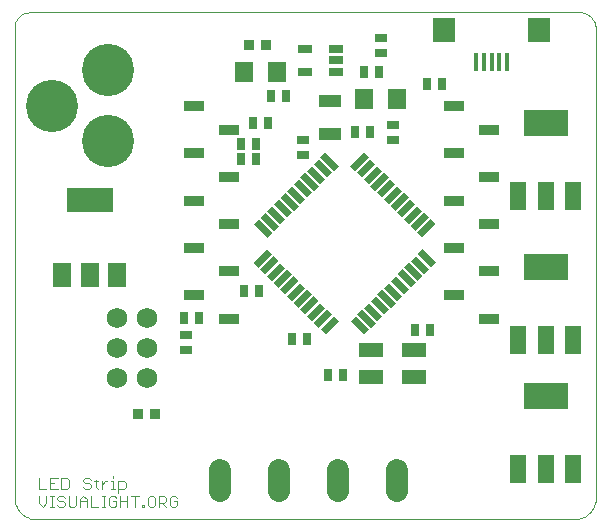
<source format=gts>
G75*
G70*
%OFA0B0*%
%FSLAX24Y24*%
%IPPOS*%
%LPD*%
%AMOC8*
5,1,8,0,0,1.08239X$1,22.5*
%
%ADD10C,0.0000*%
%ADD11C,0.0030*%
%ADD12R,0.0316X0.0394*%
%ADD13R,0.0591X0.0670*%
%ADD14R,0.0394X0.0316*%
%ADD15R,0.0355X0.0355*%
%ADD16R,0.0631X0.0237*%
%ADD17R,0.0237X0.0631*%
%ADD18R,0.0788X0.0473*%
%ADD19R,0.0749X0.0434*%
%ADD20R,0.0512X0.0257*%
%ADD21R,0.0178X0.0591*%
%ADD22R,0.0749X0.0788*%
%ADD23R,0.0709X0.0375*%
%ADD24C,0.0680*%
%ADD25R,0.0520X0.0920*%
%ADD26R,0.1457X0.0906*%
%ADD27C,0.0745*%
%ADD28C,0.1740*%
%ADD29R,0.0631X0.0827*%
%ADD30R,0.1536X0.0827*%
D10*
X000963Y000480D02*
X018988Y000480D01*
X018988Y000481D02*
X019039Y000486D01*
X019089Y000495D01*
X019138Y000508D01*
X019187Y000524D01*
X019234Y000543D01*
X019279Y000566D01*
X019323Y000592D01*
X019365Y000621D01*
X019405Y000653D01*
X019442Y000687D01*
X019477Y000725D01*
X019509Y000764D01*
X019538Y000806D01*
X019564Y000850D01*
X019587Y000896D01*
X019607Y000943D01*
X019623Y000991D01*
X019635Y001040D01*
X019645Y001090D01*
X019650Y001141D01*
X019652Y001192D01*
X019650Y001243D01*
X019650Y016717D01*
X019656Y016764D01*
X019659Y016810D01*
X019658Y016857D01*
X019652Y016904D01*
X019643Y016950D01*
X019630Y016995D01*
X019614Y017039D01*
X019594Y017082D01*
X019570Y017122D01*
X019543Y017161D01*
X019513Y017197D01*
X019480Y017230D01*
X019445Y017261D01*
X019407Y017289D01*
X019367Y017313D01*
X019325Y017335D01*
X019282Y017352D01*
X019237Y017366D01*
X019191Y017376D01*
X000760Y017376D01*
X000718Y017374D01*
X000677Y017369D01*
X000636Y017360D01*
X000596Y017347D01*
X000557Y017331D01*
X000520Y017312D01*
X000485Y017289D01*
X000451Y017264D01*
X000421Y017235D01*
X000392Y017205D01*
X000367Y017171D01*
X000344Y017136D01*
X000325Y017099D01*
X000309Y017060D01*
X000296Y017020D01*
X000287Y016979D01*
X000282Y016938D01*
X000280Y016896D01*
X000280Y001263D01*
X000278Y001211D01*
X000280Y001158D01*
X000286Y001106D01*
X000295Y001054D01*
X000308Y001004D01*
X000325Y000954D01*
X000345Y000905D01*
X000369Y000859D01*
X000396Y000814D01*
X000426Y000771D01*
X000459Y000730D01*
X000495Y000692D01*
X000534Y000656D01*
X000574Y000623D01*
X000618Y000593D01*
X000663Y000567D01*
X000710Y000543D01*
X000758Y000524D01*
X000808Y000507D01*
X000859Y000494D01*
X000911Y000485D01*
X000963Y000480D01*
D11*
X001218Y000895D02*
X001342Y001018D01*
X001342Y001265D01*
X001463Y001265D02*
X001587Y001265D01*
X001525Y001265D02*
X001525Y000895D01*
X001463Y000895D02*
X001587Y000895D01*
X001709Y000957D02*
X001771Y000895D01*
X001894Y000895D01*
X001956Y000957D01*
X001956Y001018D01*
X001894Y001080D01*
X001771Y001080D01*
X001709Y001142D01*
X001709Y001204D01*
X001771Y001265D01*
X001894Y001265D01*
X001956Y001204D01*
X002077Y001265D02*
X002077Y000957D01*
X002139Y000895D01*
X002262Y000895D01*
X002324Y000957D01*
X002324Y001265D01*
X002445Y001142D02*
X002569Y001265D01*
X002692Y001142D01*
X002692Y000895D01*
X002814Y000895D02*
X003061Y000895D01*
X003182Y000895D02*
X003306Y000895D01*
X003244Y000895D02*
X003244Y001265D01*
X003182Y001265D02*
X003306Y001265D01*
X003428Y001204D02*
X003428Y000957D01*
X003489Y000895D01*
X003613Y000895D01*
X003675Y000957D01*
X003675Y001080D01*
X003551Y001080D01*
X003428Y001204D02*
X003489Y001265D01*
X003613Y001265D01*
X003675Y001204D01*
X003796Y001265D02*
X003796Y000895D01*
X003796Y001080D02*
X004043Y001080D01*
X004043Y001265D02*
X004043Y000895D01*
X004288Y000895D02*
X004288Y001265D01*
X004411Y001265D02*
X004164Y001265D01*
X003920Y001495D02*
X003735Y001495D01*
X003612Y001495D02*
X003489Y001495D01*
X003551Y001495D02*
X003551Y001742D01*
X003489Y001742D01*
X003367Y001742D02*
X003306Y001742D01*
X003182Y001618D01*
X003182Y001495D02*
X003182Y001742D01*
X003060Y001742D02*
X002937Y001742D01*
X002998Y001804D02*
X002998Y001557D01*
X003060Y001495D01*
X002815Y001557D02*
X002753Y001495D01*
X002630Y001495D01*
X002568Y001557D01*
X002630Y001680D02*
X002568Y001742D01*
X002568Y001804D01*
X002630Y001865D01*
X002753Y001865D01*
X002815Y001804D01*
X002753Y001680D02*
X002815Y001618D01*
X002815Y001557D01*
X002753Y001680D02*
X002630Y001680D01*
X002814Y001265D02*
X002814Y000895D01*
X002692Y001080D02*
X002445Y001080D01*
X002445Y001142D02*
X002445Y000895D01*
X002017Y001495D02*
X001832Y001495D01*
X001832Y001865D01*
X002017Y001865D01*
X002079Y001804D01*
X002079Y001557D01*
X002017Y001495D01*
X001710Y001495D02*
X001463Y001495D01*
X001463Y001865D01*
X001710Y001865D01*
X001587Y001680D02*
X001463Y001680D01*
X001342Y001495D02*
X001095Y001495D01*
X001095Y001865D01*
X001095Y001265D02*
X001095Y001018D01*
X001218Y000895D01*
X003551Y001865D02*
X003551Y001927D01*
X003735Y001742D02*
X003920Y001742D01*
X003981Y001680D01*
X003981Y001557D01*
X003920Y001495D01*
X003735Y001372D02*
X003735Y001742D01*
X004533Y000957D02*
X004594Y000957D01*
X004594Y000895D01*
X004533Y000895D01*
X004533Y000957D01*
X004717Y000957D02*
X004717Y001204D01*
X004778Y001265D01*
X004902Y001265D01*
X004964Y001204D01*
X004964Y000957D01*
X004902Y000895D01*
X004778Y000895D01*
X004717Y000957D01*
X005085Y001018D02*
X005270Y001018D01*
X005332Y001080D01*
X005332Y001204D01*
X005270Y001265D01*
X005085Y001265D01*
X005085Y000895D01*
X005209Y001018D02*
X005332Y000895D01*
X005453Y000957D02*
X005515Y000895D01*
X005639Y000895D01*
X005700Y000957D01*
X005700Y001080D01*
X005577Y001080D01*
X005700Y001204D02*
X005639Y001265D01*
X005515Y001265D01*
X005453Y001204D01*
X005453Y000957D01*
D12*
X010724Y005280D03*
X011236Y005280D03*
X010036Y006480D03*
X009524Y006480D03*
X008436Y008080D03*
X007924Y008080D03*
X006436Y007180D03*
X005924Y007180D03*
X007824Y012480D03*
X008336Y012480D03*
X008336Y012980D03*
X007824Y012980D03*
X008224Y013680D03*
X008736Y013680D03*
X008824Y014580D03*
X009336Y014580D03*
X011624Y013380D03*
X012136Y013380D03*
X014024Y014980D03*
X014536Y014980D03*
X012436Y015380D03*
X011924Y015380D03*
X013624Y006780D03*
X014136Y006780D03*
D13*
X013031Y014480D03*
X011929Y014480D03*
X009031Y015380D03*
X007929Y015380D03*
D14*
X009880Y013136D03*
X009880Y012624D03*
X012880Y013124D03*
X012880Y013636D03*
X012480Y016024D03*
X012480Y016536D03*
X005980Y006636D03*
X005980Y006124D03*
D15*
X004975Y003980D03*
X004385Y003980D03*
X008085Y016280D03*
X008675Y016280D03*
D16*
G36*
X010913Y012102D02*
X010468Y012545D01*
X010635Y012712D01*
X011080Y012269D01*
X010913Y012102D01*
G37*
G36*
X010691Y011879D02*
X010246Y012322D01*
X010413Y012489D01*
X010858Y012046D01*
X010691Y011879D01*
G37*
G36*
X010468Y011656D02*
X010023Y012099D01*
X010190Y012266D01*
X010635Y011823D01*
X010468Y011656D01*
G37*
G36*
X010246Y011433D02*
X009801Y011876D01*
X009968Y012043D01*
X010413Y011600D01*
X010246Y011433D01*
G37*
G36*
X010024Y011210D02*
X009579Y011653D01*
X009746Y011820D01*
X010191Y011377D01*
X010024Y011210D01*
G37*
G36*
X009802Y010987D02*
X009357Y011430D01*
X009524Y011597D01*
X009969Y011154D01*
X009802Y010987D01*
G37*
G36*
X009579Y010764D02*
X009134Y011207D01*
X009301Y011374D01*
X009746Y010931D01*
X009579Y010764D01*
G37*
G36*
X009357Y010541D02*
X008912Y010984D01*
X009079Y011151D01*
X009524Y010708D01*
X009357Y010541D01*
G37*
G36*
X009135Y010318D02*
X008690Y010761D01*
X008857Y010928D01*
X009302Y010485D01*
X009135Y010318D01*
G37*
G36*
X008912Y010094D02*
X008467Y010537D01*
X008634Y010704D01*
X009079Y010261D01*
X008912Y010094D01*
G37*
G36*
X008690Y009871D02*
X008245Y010314D01*
X008412Y010481D01*
X008857Y010038D01*
X008690Y009871D01*
G37*
G36*
X011925Y006648D02*
X011480Y007091D01*
X011647Y007258D01*
X012092Y006815D01*
X011925Y006648D01*
G37*
G36*
X012147Y006871D02*
X011702Y007314D01*
X011869Y007481D01*
X012314Y007038D01*
X012147Y006871D01*
G37*
G36*
X012370Y007094D02*
X011925Y007537D01*
X012092Y007704D01*
X012537Y007261D01*
X012370Y007094D01*
G37*
G36*
X012592Y007317D02*
X012147Y007760D01*
X012314Y007927D01*
X012759Y007484D01*
X012592Y007317D01*
G37*
G36*
X012814Y007540D02*
X012369Y007983D01*
X012536Y008150D01*
X012981Y007707D01*
X012814Y007540D01*
G37*
G36*
X013036Y007763D02*
X012591Y008206D01*
X012758Y008373D01*
X013203Y007930D01*
X013036Y007763D01*
G37*
G36*
X013259Y007986D02*
X012814Y008429D01*
X012981Y008596D01*
X013426Y008153D01*
X013259Y007986D01*
G37*
G36*
X013481Y008209D02*
X013036Y008652D01*
X013203Y008819D01*
X013648Y008376D01*
X013481Y008209D01*
G37*
G36*
X013703Y008432D02*
X013258Y008875D01*
X013425Y009042D01*
X013870Y008599D01*
X013703Y008432D01*
G37*
G36*
X013926Y008656D02*
X013481Y009099D01*
X013648Y009266D01*
X014093Y008823D01*
X013926Y008656D01*
G37*
G36*
X014148Y008879D02*
X013703Y009322D01*
X013870Y009489D01*
X014315Y009046D01*
X014148Y008879D01*
G37*
D17*
G36*
X013869Y009880D02*
X013702Y010047D01*
X014145Y010492D01*
X014312Y010325D01*
X013869Y009880D01*
G37*
G36*
X013646Y010102D02*
X013479Y010269D01*
X013922Y010714D01*
X014089Y010547D01*
X013646Y010102D01*
G37*
G36*
X013423Y010325D02*
X013256Y010492D01*
X013699Y010937D01*
X013866Y010770D01*
X013423Y010325D01*
G37*
G36*
X013200Y010547D02*
X013033Y010714D01*
X013476Y011159D01*
X013643Y010992D01*
X013200Y010547D01*
G37*
G36*
X012977Y010769D02*
X012810Y010936D01*
X013253Y011381D01*
X013420Y011214D01*
X012977Y010769D01*
G37*
G36*
X012754Y010991D02*
X012587Y011158D01*
X013030Y011603D01*
X013197Y011436D01*
X012754Y010991D01*
G37*
G36*
X012531Y011214D02*
X012364Y011381D01*
X012807Y011826D01*
X012974Y011659D01*
X012531Y011214D01*
G37*
G36*
X012308Y011436D02*
X012141Y011603D01*
X012584Y012048D01*
X012751Y011881D01*
X012308Y011436D01*
G37*
G36*
X012085Y011658D02*
X011918Y011825D01*
X012361Y012270D01*
X012528Y012103D01*
X012085Y011658D01*
G37*
G36*
X011861Y011881D02*
X011694Y012048D01*
X012137Y012493D01*
X012304Y012326D01*
X011861Y011881D01*
G37*
G36*
X011638Y012103D02*
X011471Y012270D01*
X011914Y012715D01*
X012081Y012548D01*
X011638Y012103D01*
G37*
G36*
X008415Y008868D02*
X008248Y009035D01*
X008691Y009480D01*
X008858Y009313D01*
X008415Y008868D01*
G37*
G36*
X008638Y008646D02*
X008471Y008813D01*
X008914Y009258D01*
X009081Y009091D01*
X008638Y008646D01*
G37*
G36*
X008861Y008423D02*
X008694Y008590D01*
X009137Y009035D01*
X009304Y008868D01*
X008861Y008423D01*
G37*
G36*
X009084Y008201D02*
X008917Y008368D01*
X009360Y008813D01*
X009527Y008646D01*
X009084Y008201D01*
G37*
G36*
X009307Y007979D02*
X009140Y008146D01*
X009583Y008591D01*
X009750Y008424D01*
X009307Y007979D01*
G37*
G36*
X009530Y007757D02*
X009363Y007924D01*
X009806Y008369D01*
X009973Y008202D01*
X009530Y007757D01*
G37*
G36*
X009753Y007534D02*
X009586Y007701D01*
X010029Y008146D01*
X010196Y007979D01*
X009753Y007534D01*
G37*
G36*
X009976Y007312D02*
X009809Y007479D01*
X010252Y007924D01*
X010419Y007757D01*
X009976Y007312D01*
G37*
G36*
X010199Y007090D02*
X010032Y007257D01*
X010475Y007702D01*
X010642Y007535D01*
X010199Y007090D01*
G37*
G36*
X010423Y006867D02*
X010256Y007034D01*
X010699Y007479D01*
X010866Y007312D01*
X010423Y006867D01*
G37*
G36*
X010646Y006645D02*
X010479Y006812D01*
X010922Y007257D01*
X011089Y007090D01*
X010646Y006645D01*
G37*
D18*
X012152Y006133D03*
X012152Y005227D03*
X013608Y005227D03*
X013608Y006133D03*
D19*
X010780Y013329D03*
X010780Y014431D03*
D20*
X010992Y015406D03*
X010992Y015780D03*
X010992Y016154D03*
X009968Y016154D03*
X009968Y015406D03*
D21*
X015668Y015737D03*
X015924Y015737D03*
X016180Y015737D03*
X016436Y015737D03*
X016692Y015737D03*
D22*
X017755Y016780D03*
X014605Y016780D03*
D23*
X014920Y014254D03*
X016101Y013467D03*
X014920Y012679D03*
X016101Y011892D03*
X014920Y011104D03*
X016101Y010317D03*
X014920Y009530D03*
X016101Y008742D03*
X014920Y007955D03*
X016101Y007167D03*
X007440Y007167D03*
X006259Y007955D03*
X007440Y008742D03*
X006259Y009530D03*
X007440Y010317D03*
X006259Y011104D03*
X007440Y011892D03*
X006259Y012679D03*
X007440Y013467D03*
X006259Y014254D03*
D24*
X004680Y007180D03*
X004680Y006180D03*
X004680Y005180D03*
X003680Y005180D03*
X003680Y006180D03*
X003680Y007180D03*
D25*
X017070Y006460D03*
X017980Y006460D03*
X018890Y006460D03*
X018890Y002160D03*
X017980Y002160D03*
X017070Y002160D03*
X017070Y011260D03*
X017980Y011260D03*
X018890Y011260D03*
D26*
X017980Y008900D03*
X017980Y004600D03*
X017980Y013700D03*
D27*
X013033Y002133D02*
X013033Y001428D01*
X011064Y001428D02*
X011064Y002133D01*
X009096Y002133D02*
X009096Y001428D01*
X007127Y001428D02*
X007127Y002133D01*
D28*
X003380Y013086D03*
X001530Y014267D03*
X003380Y015449D03*
D29*
X003686Y008640D03*
X002780Y008640D03*
X001874Y008640D03*
D30*
X002780Y011120D03*
M02*

</source>
